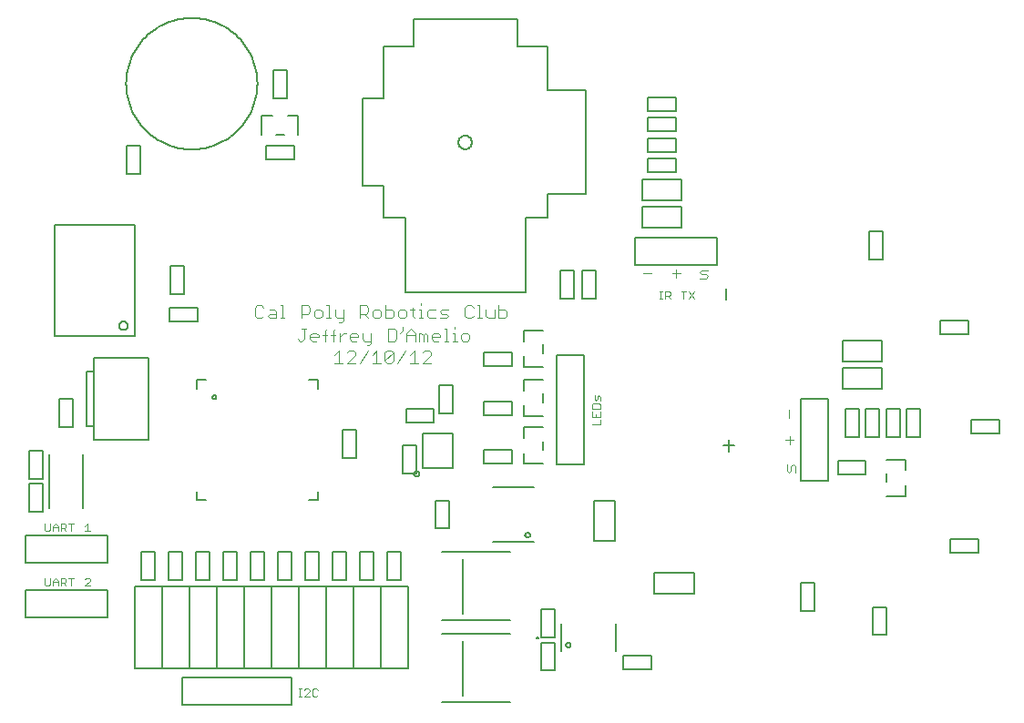
<source format=gto>
G75*
G70*
%OFA0B0*%
%FSLAX24Y24*%
%IPPOS*%
%LPD*%
%AMOC8*
5,1,8,0,0,1.08239X$1,22.5*
%
%ADD10C,0.0030*%
%ADD11C,0.0060*%
%ADD12C,0.0040*%
%ADD13C,0.0050*%
%ADD14C,0.0080*%
D10*
X001913Y005639D02*
X002010Y005639D01*
X002058Y005688D01*
X002058Y005929D01*
X002160Y005833D02*
X002256Y005929D01*
X002353Y005833D01*
X002353Y005639D01*
X002454Y005639D02*
X002454Y005929D01*
X002599Y005929D01*
X002648Y005881D01*
X002648Y005784D01*
X002599Y005736D01*
X002454Y005736D01*
X002551Y005736D02*
X002648Y005639D01*
X002846Y005639D02*
X002846Y005929D01*
X002942Y005929D02*
X002749Y005929D01*
X002353Y005784D02*
X002160Y005784D01*
X002160Y005833D02*
X002160Y005639D01*
X001913Y005639D02*
X001865Y005688D01*
X001865Y005929D01*
X003338Y005881D02*
X003387Y005929D01*
X003483Y005929D01*
X003532Y005881D01*
X003532Y005833D01*
X003338Y005639D01*
X003532Y005639D01*
X003532Y007639D02*
X003338Y007639D01*
X003435Y007639D02*
X003435Y007929D01*
X003338Y007833D01*
X002942Y007929D02*
X002749Y007929D01*
X002846Y007929D02*
X002846Y007639D01*
X002648Y007639D02*
X002551Y007736D01*
X002599Y007736D02*
X002454Y007736D01*
X002454Y007639D02*
X002454Y007929D01*
X002599Y007929D01*
X002648Y007881D01*
X002648Y007784D01*
X002599Y007736D01*
X002353Y007784D02*
X002160Y007784D01*
X002160Y007833D02*
X002256Y007929D01*
X002353Y007833D01*
X002353Y007639D01*
X002160Y007639D02*
X002160Y007833D01*
X002058Y007929D02*
X002058Y007688D01*
X002010Y007639D01*
X001913Y007639D01*
X001865Y007688D01*
X001865Y007929D01*
X011165Y001879D02*
X011262Y001879D01*
X011213Y001879D02*
X011213Y001589D01*
X011165Y001589D02*
X011262Y001589D01*
X011361Y001589D02*
X011555Y001783D01*
X011555Y001831D01*
X011507Y001879D01*
X011410Y001879D01*
X011361Y001831D01*
X011361Y001589D02*
X011555Y001589D01*
X011656Y001638D02*
X011704Y001589D01*
X011801Y001589D01*
X011850Y001638D01*
X011850Y001831D02*
X011801Y001879D01*
X011704Y001879D01*
X011656Y001831D01*
X011656Y001638D01*
X021895Y011539D02*
X022185Y011539D01*
X022185Y011733D01*
X022185Y011834D02*
X022185Y012027D01*
X022185Y012128D02*
X022185Y012274D01*
X022137Y012322D01*
X021943Y012322D01*
X021895Y012274D01*
X021895Y012128D01*
X022185Y012128D01*
X022040Y011931D02*
X022040Y011834D01*
X021895Y011834D02*
X022185Y011834D01*
X021895Y011834D02*
X021895Y012027D01*
X022040Y012423D02*
X021992Y012471D01*
X021992Y012617D01*
X022088Y012568D02*
X022137Y012617D01*
X022185Y012568D01*
X022185Y012423D01*
X022088Y012471D02*
X022040Y012423D01*
X022088Y012471D02*
X022088Y012568D01*
X024365Y016139D02*
X024462Y016139D01*
X024413Y016139D02*
X024413Y016429D01*
X024365Y016429D02*
X024462Y016429D01*
X024561Y016429D02*
X024561Y016139D01*
X024561Y016236D02*
X024707Y016236D01*
X024755Y016284D01*
X024755Y016381D01*
X024707Y016429D01*
X024561Y016429D01*
X024658Y016236D02*
X024755Y016139D01*
X025151Y016429D02*
X025344Y016429D01*
X025247Y016429D02*
X025247Y016139D01*
X025445Y016139D02*
X025639Y016429D01*
X025445Y016429D02*
X025639Y016139D01*
D11*
X026800Y016104D02*
X026800Y016531D01*
X026899Y010988D02*
X026899Y010561D01*
X026685Y010774D02*
X027112Y010774D01*
D12*
X028970Y010974D02*
X029277Y010974D01*
X029123Y011128D02*
X029123Y010821D01*
X029023Y010091D02*
X029023Y009860D01*
X029100Y009784D01*
X029177Y009860D01*
X029177Y010014D01*
X029253Y010091D01*
X029330Y010014D01*
X029330Y009784D01*
X029100Y011784D02*
X029100Y012091D01*
X026050Y016894D02*
X026127Y016971D01*
X026050Y017048D01*
X025897Y017048D01*
X025820Y017124D01*
X025897Y017201D01*
X026127Y017201D01*
X026050Y016894D02*
X025820Y016894D01*
X025127Y017074D02*
X024820Y017074D01*
X024973Y016921D02*
X024973Y017228D01*
X024077Y017074D02*
X023770Y017074D01*
X018778Y015674D02*
X018778Y015521D01*
X018701Y015444D01*
X018471Y015444D01*
X018471Y015905D01*
X018471Y015751D02*
X018701Y015751D01*
X018778Y015674D01*
X018317Y015751D02*
X018317Y015444D01*
X018087Y015444D01*
X018011Y015521D01*
X018011Y015751D01*
X017780Y015905D02*
X017704Y015905D01*
X017780Y015905D02*
X017780Y015444D01*
X017704Y015444D02*
X017857Y015444D01*
X017550Y015521D02*
X017473Y015444D01*
X017320Y015444D01*
X017243Y015521D01*
X017243Y015828D01*
X017320Y015905D01*
X017473Y015905D01*
X017550Y015828D01*
X016629Y015751D02*
X016399Y015751D01*
X016322Y015674D01*
X016399Y015598D01*
X016553Y015598D01*
X016629Y015521D01*
X016553Y015444D01*
X016322Y015444D01*
X016169Y015444D02*
X015939Y015444D01*
X015862Y015521D01*
X015862Y015674D01*
X015939Y015751D01*
X016169Y015751D01*
X015709Y015444D02*
X015555Y015444D01*
X015632Y015444D02*
X015632Y015751D01*
X015555Y015751D01*
X015402Y015751D02*
X015248Y015751D01*
X015325Y015828D02*
X015325Y015521D01*
X015402Y015444D01*
X015095Y015521D02*
X015095Y015674D01*
X015018Y015751D01*
X014865Y015751D01*
X014788Y015674D01*
X014788Y015521D01*
X014865Y015444D01*
X015018Y015444D01*
X015095Y015521D01*
X014957Y015131D02*
X014957Y014978D01*
X014880Y014901D01*
X014726Y014978D02*
X014726Y014671D01*
X014650Y014594D01*
X014419Y014594D01*
X014419Y015055D01*
X014650Y015055D01*
X014726Y014978D01*
X015110Y014901D02*
X015264Y015055D01*
X015417Y014901D01*
X015417Y014594D01*
X015570Y014594D02*
X015570Y014901D01*
X015647Y014901D01*
X015724Y014824D01*
X015801Y014901D01*
X015877Y014824D01*
X015877Y014594D01*
X015724Y014594D02*
X015724Y014824D01*
X016031Y014824D02*
X016108Y014901D01*
X016261Y014901D01*
X016338Y014824D01*
X016338Y014748D01*
X016031Y014748D01*
X016031Y014824D02*
X016031Y014671D01*
X016108Y014594D01*
X016261Y014594D01*
X016491Y014594D02*
X016645Y014594D01*
X016568Y014594D02*
X016568Y015055D01*
X016491Y015055D01*
X016798Y014901D02*
X016875Y014901D01*
X016875Y014594D01*
X016798Y014594D02*
X016952Y014594D01*
X017105Y014671D02*
X017182Y014594D01*
X017335Y014594D01*
X017412Y014671D01*
X017412Y014824D01*
X017335Y014901D01*
X017182Y014901D01*
X017105Y014824D01*
X017105Y014671D01*
X016875Y015055D02*
X016875Y015131D01*
X015923Y014255D02*
X015769Y014255D01*
X015693Y014178D01*
X015923Y014255D02*
X016000Y014178D01*
X016000Y014101D01*
X015693Y013794D01*
X016000Y013794D01*
X015539Y013794D02*
X015232Y013794D01*
X015386Y013794D02*
X015386Y014255D01*
X015232Y014101D01*
X015079Y014255D02*
X014772Y013794D01*
X014618Y013871D02*
X014542Y013794D01*
X014388Y013794D01*
X014312Y013871D01*
X014618Y014178D01*
X014618Y013871D01*
X014312Y013871D02*
X014312Y014178D01*
X014388Y014255D01*
X014542Y014255D01*
X014618Y014178D01*
X014158Y013794D02*
X013851Y013794D01*
X014005Y013794D02*
X014005Y014255D01*
X013851Y014101D01*
X013698Y014255D02*
X013391Y013794D01*
X013237Y013794D02*
X012930Y013794D01*
X013237Y014101D01*
X013237Y014178D01*
X013161Y014255D01*
X013007Y014255D01*
X012930Y014178D01*
X012623Y014255D02*
X012623Y013794D01*
X012470Y013794D02*
X012777Y013794D01*
X012470Y014101D02*
X012623Y014255D01*
X012655Y014594D02*
X012655Y014901D01*
X012808Y014901D02*
X012885Y014901D01*
X012808Y014901D02*
X012655Y014748D01*
X012501Y014824D02*
X012348Y014824D01*
X012194Y014824D02*
X012041Y014824D01*
X011887Y014824D02*
X011887Y014748D01*
X011580Y014748D01*
X011580Y014824D02*
X011657Y014901D01*
X011811Y014901D01*
X011887Y014824D01*
X011811Y014594D02*
X011657Y014594D01*
X011580Y014671D01*
X011580Y014824D01*
X011350Y014671D02*
X011350Y015055D01*
X011273Y015055D02*
X011427Y015055D01*
X011350Y014671D02*
X011273Y014594D01*
X011197Y014594D01*
X011120Y014671D01*
X011258Y015444D02*
X011258Y015905D01*
X011488Y015905D01*
X011565Y015828D01*
X011565Y015674D01*
X011488Y015598D01*
X011258Y015598D01*
X010644Y015444D02*
X010491Y015444D01*
X010568Y015444D02*
X010568Y015905D01*
X010491Y015905D01*
X010261Y015751D02*
X010337Y015674D01*
X010337Y015444D01*
X010107Y015444D01*
X010030Y015521D01*
X010107Y015598D01*
X010337Y015598D01*
X010261Y015751D02*
X010107Y015751D01*
X009877Y015828D02*
X009800Y015905D01*
X009647Y015905D01*
X009570Y015828D01*
X009570Y015521D01*
X009647Y015444D01*
X009800Y015444D01*
X009877Y015521D01*
X011718Y015521D02*
X011795Y015444D01*
X011949Y015444D01*
X012025Y015521D01*
X012025Y015674D01*
X011949Y015751D01*
X011795Y015751D01*
X011718Y015674D01*
X011718Y015521D01*
X012179Y015444D02*
X012332Y015444D01*
X012256Y015444D02*
X012256Y015905D01*
X012179Y015905D01*
X012486Y015751D02*
X012486Y015521D01*
X012563Y015444D01*
X012793Y015444D01*
X012793Y015367D02*
X012716Y015291D01*
X012639Y015291D01*
X012793Y015367D02*
X012793Y015751D01*
X013407Y015598D02*
X013637Y015598D01*
X013714Y015674D01*
X013714Y015828D01*
X013637Y015905D01*
X013407Y015905D01*
X013407Y015444D01*
X013560Y015598D02*
X013714Y015444D01*
X013867Y015521D02*
X013944Y015444D01*
X014097Y015444D01*
X014174Y015521D01*
X014174Y015674D01*
X014097Y015751D01*
X013944Y015751D01*
X013867Y015674D01*
X013867Y015521D01*
X014327Y015444D02*
X014558Y015444D01*
X014634Y015521D01*
X014634Y015674D01*
X014558Y015751D01*
X014327Y015751D01*
X014327Y015905D02*
X014327Y015444D01*
X013806Y014901D02*
X013806Y014517D01*
X013729Y014441D01*
X013652Y014441D01*
X013575Y014594D02*
X013806Y014594D01*
X013575Y014594D02*
X013499Y014671D01*
X013499Y014901D01*
X013345Y014824D02*
X013345Y014748D01*
X013038Y014748D01*
X013038Y014824D02*
X013115Y014901D01*
X013268Y014901D01*
X013345Y014824D01*
X013268Y014594D02*
X013115Y014594D01*
X013038Y014671D01*
X013038Y014824D01*
X012501Y015055D02*
X012424Y014978D01*
X012424Y014594D01*
X012118Y014594D02*
X012118Y014978D01*
X012194Y015055D01*
X015110Y014901D02*
X015110Y014594D01*
X015110Y014824D02*
X015417Y014824D01*
X015632Y015905D02*
X015632Y015981D01*
D13*
X006150Y002624D02*
X005150Y002624D01*
X005150Y005624D01*
X006150Y005624D01*
X007150Y005624D01*
X008150Y005624D01*
X009150Y005624D01*
X010150Y005624D01*
X011150Y005624D01*
X012150Y005624D01*
X013150Y005624D01*
X014150Y005624D01*
X015150Y005624D01*
X015150Y002624D01*
X014150Y002624D01*
X014150Y005624D01*
X014150Y002624D01*
X013150Y002624D01*
X013150Y005624D01*
X013150Y002624D01*
X012150Y002624D01*
X012150Y005624D01*
X012150Y002624D01*
X011150Y002624D01*
X011150Y005624D01*
X011150Y002624D01*
X010150Y002624D01*
X010150Y005624D01*
X010150Y002624D01*
X009150Y002624D01*
X009150Y005624D01*
X009150Y002624D01*
X008150Y002624D01*
X008150Y005624D01*
X008150Y002624D01*
X007150Y002624D01*
X007150Y005624D01*
X007150Y002624D01*
X006150Y002624D01*
X006150Y005624D01*
X006150Y002624D01*
X006900Y002274D02*
X006900Y001274D01*
X010900Y001274D01*
X010900Y002274D01*
X006900Y002274D01*
X004150Y004474D02*
X001150Y004474D01*
X001150Y005474D01*
X004150Y005474D01*
X004150Y004474D01*
X005400Y005862D02*
X005400Y006886D01*
X005900Y006886D01*
X005900Y005862D01*
X005400Y005862D01*
X006400Y005862D02*
X006400Y006886D01*
X006900Y006886D01*
X006900Y005862D01*
X006400Y005862D01*
X007400Y005862D02*
X007400Y006886D01*
X007900Y006886D01*
X007900Y005862D01*
X007400Y005862D01*
X008400Y005862D02*
X008400Y006886D01*
X008900Y006886D01*
X008900Y005862D01*
X008400Y005862D01*
X009400Y005862D02*
X009400Y006886D01*
X009900Y006886D01*
X009900Y005862D01*
X009400Y005862D01*
X010400Y005862D02*
X010400Y006886D01*
X010900Y006886D01*
X010900Y005862D01*
X010400Y005862D01*
X011400Y005862D02*
X011400Y006886D01*
X011900Y006886D01*
X011900Y005862D01*
X011400Y005862D01*
X012400Y005862D02*
X012400Y006886D01*
X012900Y006886D01*
X012900Y005862D01*
X012400Y005862D01*
X013400Y005862D02*
X013400Y006886D01*
X013900Y006886D01*
X013900Y005862D01*
X013400Y005862D01*
X014400Y005862D02*
X014400Y006886D01*
X014900Y006886D01*
X014900Y005862D01*
X014400Y005862D01*
X016400Y006874D02*
X018900Y006874D01*
X018275Y007249D02*
X019775Y007249D01*
X019449Y007501D02*
X019451Y007519D01*
X019457Y007537D01*
X019466Y007553D01*
X019478Y007566D01*
X019493Y007577D01*
X019510Y007585D01*
X019528Y007589D01*
X019546Y007589D01*
X019564Y007585D01*
X019581Y007577D01*
X019596Y007566D01*
X019608Y007553D01*
X019617Y007537D01*
X019623Y007519D01*
X019625Y007501D01*
X019623Y007483D01*
X019617Y007465D01*
X019608Y007449D01*
X019596Y007436D01*
X019581Y007425D01*
X019564Y007417D01*
X019546Y007413D01*
X019528Y007413D01*
X019510Y007417D01*
X019493Y007425D01*
X019478Y007436D01*
X019466Y007449D01*
X019457Y007465D01*
X019451Y007483D01*
X019449Y007501D01*
X019775Y009249D02*
X018275Y009249D01*
X017938Y010124D02*
X017938Y010624D01*
X018962Y010624D01*
X018962Y010124D01*
X017938Y010124D01*
X016801Y009944D02*
X016801Y011204D01*
X015699Y011204D01*
X015699Y009944D01*
X016801Y009944D01*
X015376Y009743D02*
X015378Y009762D01*
X015383Y009781D01*
X015393Y009797D01*
X015405Y009812D01*
X015420Y009824D01*
X015436Y009834D01*
X015455Y009839D01*
X015474Y009841D01*
X015493Y009839D01*
X015512Y009834D01*
X015528Y009824D01*
X015543Y009812D01*
X015555Y009797D01*
X015565Y009781D01*
X015570Y009762D01*
X015572Y009743D01*
X015570Y009724D01*
X015565Y009705D01*
X015555Y009689D01*
X015543Y009674D01*
X015528Y009662D01*
X015512Y009652D01*
X015493Y009647D01*
X015474Y009645D01*
X015455Y009647D01*
X015436Y009652D01*
X015420Y009662D01*
X015405Y009674D01*
X015393Y009689D01*
X015383Y009705D01*
X015378Y009724D01*
X015376Y009743D01*
X015450Y009762D02*
X014950Y009762D01*
X014950Y010786D01*
X015450Y010786D01*
X015450Y009762D01*
X016175Y008761D02*
X016675Y008761D01*
X016675Y007737D01*
X016175Y007737D01*
X016175Y008761D01*
X017150Y006624D02*
X017150Y004624D01*
X016400Y004374D02*
X018900Y004374D01*
X018900Y003874D02*
X016400Y003874D01*
X017150Y003624D02*
X017150Y001624D01*
X016400Y001374D02*
X018900Y001374D01*
X020025Y002537D02*
X020525Y002537D01*
X020525Y003561D01*
X020025Y003561D01*
X020025Y002537D01*
X020775Y003249D02*
X020775Y004249D01*
X020525Y003762D02*
X020025Y003762D01*
X020025Y004786D01*
X020525Y004786D01*
X020525Y003762D01*
X019863Y003735D02*
X019865Y003745D01*
X019870Y003754D01*
X019878Y003761D01*
X019888Y003765D01*
X019898Y003765D01*
X019908Y003761D01*
X019916Y003754D01*
X019921Y003745D01*
X019923Y003735D01*
X019921Y003725D01*
X019916Y003716D01*
X019908Y003709D01*
X019898Y003705D01*
X019888Y003705D01*
X019878Y003709D01*
X019870Y003716D01*
X019865Y003725D01*
X019863Y003735D01*
X020939Y003474D02*
X020941Y003492D01*
X020947Y003510D01*
X020956Y003526D01*
X020968Y003539D01*
X020983Y003550D01*
X021000Y003558D01*
X021018Y003562D01*
X021036Y003562D01*
X021054Y003558D01*
X021071Y003550D01*
X021086Y003539D01*
X021098Y003526D01*
X021107Y003510D01*
X021113Y003492D01*
X021115Y003474D01*
X021113Y003456D01*
X021107Y003438D01*
X021098Y003422D01*
X021086Y003409D01*
X021071Y003398D01*
X021054Y003390D01*
X021036Y003386D01*
X021018Y003386D01*
X021000Y003390D01*
X020983Y003398D01*
X020968Y003409D01*
X020956Y003422D01*
X020947Y003438D01*
X020941Y003456D01*
X020939Y003474D01*
X022775Y003249D02*
X022775Y004249D01*
X023038Y003074D02*
X023038Y002574D01*
X024062Y002574D01*
X024062Y003074D01*
X023038Y003074D01*
X024176Y005342D02*
X024176Y006106D01*
X025624Y006106D01*
X025624Y005342D01*
X024176Y005342D01*
X022732Y007300D02*
X021968Y007300D01*
X021968Y008749D01*
X022732Y008749D01*
X022732Y007300D01*
X021600Y010074D02*
X020600Y010074D01*
X020600Y014074D01*
X021600Y014074D01*
X021600Y010074D01*
X020104Y010105D02*
X019396Y010105D01*
X019396Y010499D01*
X020104Y010617D02*
X020104Y010932D01*
X020104Y011443D02*
X019396Y011443D01*
X019396Y011050D01*
X019396Y011855D02*
X019396Y012249D01*
X019396Y011855D02*
X020104Y011855D01*
X020104Y012367D02*
X020104Y012682D01*
X020104Y013193D02*
X019396Y013193D01*
X019396Y012800D01*
X018962Y012374D02*
X018962Y011874D01*
X017938Y011874D01*
X017938Y012374D01*
X018962Y012374D01*
X018962Y013674D02*
X017938Y013674D01*
X017938Y014174D01*
X018962Y014174D01*
X018962Y013674D01*
X019396Y013655D02*
X019396Y014049D01*
X019396Y013655D02*
X020104Y013655D01*
X020104Y014167D02*
X020104Y014482D01*
X019396Y014600D02*
X019396Y014993D01*
X020104Y014993D01*
X020725Y016162D02*
X020725Y017186D01*
X021225Y017186D01*
X021225Y016162D01*
X020725Y016162D01*
X021525Y016162D02*
X022025Y016162D01*
X022025Y017186D01*
X021525Y017186D01*
X021525Y016162D01*
X023450Y017399D02*
X023450Y018399D01*
X026450Y018399D01*
X026450Y017399D01*
X023450Y017399D01*
X023726Y018767D02*
X023726Y019531D01*
X025174Y019531D01*
X025174Y018767D01*
X023726Y018767D01*
X023726Y019767D02*
X023726Y020531D01*
X025174Y020531D01*
X025174Y019767D01*
X023726Y019767D01*
X023938Y020774D02*
X023938Y021274D01*
X024962Y021274D01*
X024962Y020774D01*
X023938Y020774D01*
X023938Y021524D02*
X023938Y022024D01*
X024962Y022024D01*
X024962Y021524D01*
X023938Y021524D01*
X023938Y022274D02*
X023938Y022774D01*
X024962Y022774D01*
X024962Y022274D01*
X023938Y022274D01*
X023938Y023024D02*
X023938Y023524D01*
X024962Y023524D01*
X024962Y023024D01*
X023938Y023024D01*
X032025Y018611D02*
X032025Y017587D01*
X032525Y017587D01*
X032525Y018611D01*
X032025Y018611D01*
X034638Y015349D02*
X035662Y015349D01*
X035662Y014849D01*
X034638Y014849D01*
X034638Y015349D01*
X032499Y014606D02*
X032499Y013842D01*
X031051Y013842D01*
X031051Y014606D01*
X032499Y014606D01*
X032499Y013606D02*
X031051Y013606D01*
X031051Y012842D01*
X032499Y012842D01*
X032499Y013606D01*
X032400Y012111D02*
X031900Y012111D01*
X031900Y011087D01*
X032400Y011087D01*
X032400Y012111D01*
X032650Y012111D02*
X033150Y012111D01*
X033150Y011087D01*
X032650Y011087D01*
X032650Y012111D01*
X033400Y012111D02*
X033900Y012111D01*
X033900Y011087D01*
X033400Y011087D01*
X033400Y012111D01*
X031650Y012111D02*
X031650Y011087D01*
X031150Y011087D01*
X031150Y012111D01*
X031650Y012111D01*
X030525Y012474D02*
X030525Y009474D01*
X029525Y009474D01*
X029525Y012474D01*
X030525Y012474D01*
X030888Y010224D02*
X030888Y009724D01*
X031912Y009724D01*
X031912Y010224D01*
X030888Y010224D01*
X032671Y010268D02*
X033379Y010268D01*
X033379Y009875D01*
X033379Y009324D02*
X033379Y008930D01*
X032671Y008930D01*
X032671Y009442D02*
X032671Y009757D01*
X035013Y007349D02*
X036037Y007349D01*
X036037Y006849D01*
X035013Y006849D01*
X035013Y007349D01*
X032650Y004861D02*
X032150Y004861D01*
X032150Y003837D01*
X032650Y003837D01*
X032650Y004861D01*
X030025Y004712D02*
X029525Y004712D01*
X029525Y005736D01*
X030025Y005736D01*
X030025Y004712D01*
X035763Y011224D02*
X035763Y011724D01*
X036787Y011724D01*
X036787Y011224D01*
X035763Y011224D01*
X016800Y011962D02*
X016300Y011962D01*
X016300Y012986D01*
X016800Y012986D01*
X016800Y011962D01*
X016112Y012124D02*
X016112Y011624D01*
X015088Y011624D01*
X015088Y012124D01*
X016112Y012124D01*
X013250Y011336D02*
X013250Y010312D01*
X012750Y010312D01*
X012750Y011336D01*
X013250Y011336D01*
X011855Y012864D02*
X011855Y013179D01*
X011540Y013179D01*
X008005Y012549D02*
X008007Y012565D01*
X008012Y012580D01*
X008021Y012594D01*
X008033Y012605D01*
X008047Y012613D01*
X008063Y012618D01*
X008079Y012619D01*
X008095Y012616D01*
X008110Y012610D01*
X008123Y012600D01*
X008133Y012587D01*
X008141Y012573D01*
X008145Y012557D01*
X008145Y012541D01*
X008141Y012525D01*
X008133Y012511D01*
X008123Y012498D01*
X008110Y012488D01*
X008095Y012482D01*
X008079Y012479D01*
X008063Y012480D01*
X008047Y012485D01*
X008033Y012493D01*
X008021Y012504D01*
X008012Y012518D01*
X008007Y012533D01*
X008005Y012549D01*
X007445Y012864D02*
X007445Y013179D01*
X007760Y013179D01*
X005650Y013974D02*
X003650Y013974D01*
X003650Y013474D01*
X003400Y013474D01*
X003400Y011474D01*
X003650Y011474D01*
X003650Y013474D01*
X002900Y012486D02*
X002400Y012486D01*
X002400Y011462D01*
X002900Y011462D01*
X002900Y012486D01*
X003650Y011474D02*
X003650Y010974D01*
X005650Y010974D01*
X005650Y013974D01*
X004592Y015174D02*
X004594Y015199D01*
X004600Y015223D01*
X004609Y015246D01*
X004622Y015267D01*
X004638Y015286D01*
X004657Y015302D01*
X004678Y015315D01*
X004701Y015324D01*
X004725Y015330D01*
X004750Y015332D01*
X004775Y015330D01*
X004799Y015324D01*
X004822Y015315D01*
X004843Y015302D01*
X004862Y015286D01*
X004878Y015267D01*
X004891Y015246D01*
X004900Y015223D01*
X004906Y015199D01*
X004908Y015174D01*
X004906Y015149D01*
X004900Y015125D01*
X004891Y015102D01*
X004878Y015081D01*
X004862Y015062D01*
X004843Y015046D01*
X004822Y015033D01*
X004799Y015024D01*
X004775Y015018D01*
X004750Y015016D01*
X004725Y015018D01*
X004701Y015024D01*
X004678Y015033D01*
X004657Y015046D01*
X004638Y015062D01*
X004622Y015081D01*
X004609Y015102D01*
X004600Y015125D01*
X004594Y015149D01*
X004592Y015174D01*
X006438Y015324D02*
X006438Y015824D01*
X007462Y015824D01*
X007462Y015324D01*
X006438Y015324D01*
X006450Y016312D02*
X006950Y016312D01*
X006950Y017336D01*
X006450Y017336D01*
X006450Y016312D01*
X005350Y020712D02*
X004850Y020712D01*
X004850Y021736D01*
X005350Y021736D01*
X005350Y020712D01*
X004848Y024024D02*
X004851Y024142D01*
X004860Y024259D01*
X004874Y024376D01*
X004894Y024493D01*
X004920Y024608D01*
X004951Y024721D01*
X004988Y024833D01*
X005031Y024943D01*
X005079Y025051D01*
X005132Y025156D01*
X005190Y025259D01*
X005253Y025358D01*
X005321Y025455D01*
X005393Y025548D01*
X005470Y025637D01*
X005552Y025722D01*
X005637Y025804D01*
X005726Y025881D01*
X005819Y025953D01*
X005916Y026021D01*
X006015Y026084D01*
X006118Y026142D01*
X006223Y026195D01*
X006331Y026243D01*
X006441Y026286D01*
X006553Y026323D01*
X006666Y026354D01*
X006781Y026380D01*
X006898Y026400D01*
X007015Y026414D01*
X007132Y026423D01*
X007250Y026426D01*
X007368Y026423D01*
X007485Y026414D01*
X007602Y026400D01*
X007719Y026380D01*
X007834Y026354D01*
X007947Y026323D01*
X008059Y026286D01*
X008169Y026243D01*
X008277Y026195D01*
X008382Y026142D01*
X008485Y026084D01*
X008584Y026021D01*
X008681Y025953D01*
X008774Y025881D01*
X008863Y025804D01*
X008948Y025722D01*
X009030Y025637D01*
X009107Y025548D01*
X009179Y025455D01*
X009247Y025358D01*
X009310Y025259D01*
X009368Y025156D01*
X009421Y025051D01*
X009469Y024943D01*
X009512Y024833D01*
X009549Y024721D01*
X009580Y024608D01*
X009606Y024493D01*
X009626Y024376D01*
X009640Y024259D01*
X009649Y024142D01*
X009652Y024024D01*
X009649Y023906D01*
X009640Y023789D01*
X009626Y023672D01*
X009606Y023555D01*
X009580Y023440D01*
X009549Y023327D01*
X009512Y023215D01*
X009469Y023105D01*
X009421Y022997D01*
X009368Y022892D01*
X009310Y022789D01*
X009247Y022690D01*
X009179Y022593D01*
X009107Y022500D01*
X009030Y022411D01*
X008948Y022326D01*
X008863Y022244D01*
X008774Y022167D01*
X008681Y022095D01*
X008584Y022027D01*
X008485Y021964D01*
X008382Y021906D01*
X008277Y021853D01*
X008169Y021805D01*
X008059Y021762D01*
X007947Y021725D01*
X007834Y021694D01*
X007719Y021668D01*
X007602Y021648D01*
X007485Y021634D01*
X007368Y021625D01*
X007250Y021622D01*
X007132Y021625D01*
X007015Y021634D01*
X006898Y021648D01*
X006781Y021668D01*
X006666Y021694D01*
X006553Y021725D01*
X006441Y021762D01*
X006331Y021805D01*
X006223Y021853D01*
X006118Y021906D01*
X006015Y021964D01*
X005916Y022027D01*
X005819Y022095D01*
X005726Y022167D01*
X005637Y022244D01*
X005552Y022326D01*
X005470Y022411D01*
X005393Y022500D01*
X005321Y022593D01*
X005253Y022690D01*
X005190Y022789D01*
X005132Y022892D01*
X005079Y022997D01*
X005031Y023105D01*
X004988Y023215D01*
X004951Y023327D01*
X004920Y023440D01*
X004894Y023555D01*
X004874Y023672D01*
X004860Y023789D01*
X004851Y023906D01*
X004848Y024024D01*
X009806Y022853D02*
X009806Y022145D01*
X009963Y021749D02*
X010987Y021749D01*
X010987Y021249D01*
X009963Y021249D01*
X009963Y021749D01*
X010318Y022145D02*
X010632Y022145D01*
X011144Y022145D02*
X011144Y022853D01*
X010751Y022853D01*
X010199Y022853D02*
X009806Y022853D01*
X010225Y023487D02*
X010725Y023487D01*
X010725Y024511D01*
X010225Y024511D01*
X010225Y023487D01*
X003280Y010458D02*
X003280Y008490D01*
X002020Y008490D02*
X002020Y010458D01*
X001800Y010586D02*
X001300Y010586D01*
X001300Y009562D01*
X001800Y009562D01*
X001800Y010586D01*
X001800Y009386D02*
X001300Y009386D01*
X001300Y008362D01*
X001800Y008362D01*
X001800Y009386D01*
X001150Y007474D02*
X001150Y006474D01*
X004150Y006474D01*
X004150Y007474D01*
X001150Y007474D01*
X007445Y008769D02*
X007760Y008769D01*
X007445Y008769D02*
X007445Y009084D01*
X011540Y008769D02*
X011855Y008769D01*
X011855Y009084D01*
D14*
X005157Y014801D02*
X004793Y014801D01*
X002243Y014801D01*
X002243Y018848D01*
X004793Y018848D01*
X005157Y018848D01*
X005157Y014801D01*
X013500Y020274D02*
X014250Y020274D01*
X014250Y019124D01*
X015050Y019124D01*
X015050Y016374D01*
X019450Y016374D01*
X019450Y019124D01*
X020250Y019124D01*
X020250Y019974D01*
X021650Y019974D01*
X021650Y023774D01*
X020250Y023774D01*
X020250Y025374D01*
X019150Y025374D01*
X019150Y026374D01*
X015350Y026374D01*
X015350Y025374D01*
X014250Y025374D01*
X014250Y023474D01*
X013500Y023474D01*
X013500Y020274D01*
X017000Y021874D02*
X017002Y021905D01*
X017008Y021936D01*
X017018Y021966D01*
X017031Y021994D01*
X017048Y022021D01*
X017068Y022045D01*
X017091Y022067D01*
X017116Y022085D01*
X017144Y022100D01*
X017173Y022112D01*
X017203Y022120D01*
X017234Y022124D01*
X017266Y022124D01*
X017297Y022120D01*
X017327Y022112D01*
X017356Y022100D01*
X017384Y022085D01*
X017409Y022067D01*
X017432Y022045D01*
X017452Y022021D01*
X017469Y021994D01*
X017482Y021966D01*
X017492Y021936D01*
X017498Y021905D01*
X017500Y021874D01*
X017498Y021843D01*
X017492Y021812D01*
X017482Y021782D01*
X017469Y021754D01*
X017452Y021727D01*
X017432Y021703D01*
X017409Y021681D01*
X017384Y021663D01*
X017356Y021648D01*
X017327Y021636D01*
X017297Y021628D01*
X017266Y021624D01*
X017234Y021624D01*
X017203Y021628D01*
X017173Y021636D01*
X017144Y021648D01*
X017116Y021663D01*
X017091Y021681D01*
X017068Y021703D01*
X017048Y021727D01*
X017031Y021754D01*
X017018Y021782D01*
X017008Y021812D01*
X017002Y021843D01*
X017000Y021874D01*
M02*

</source>
